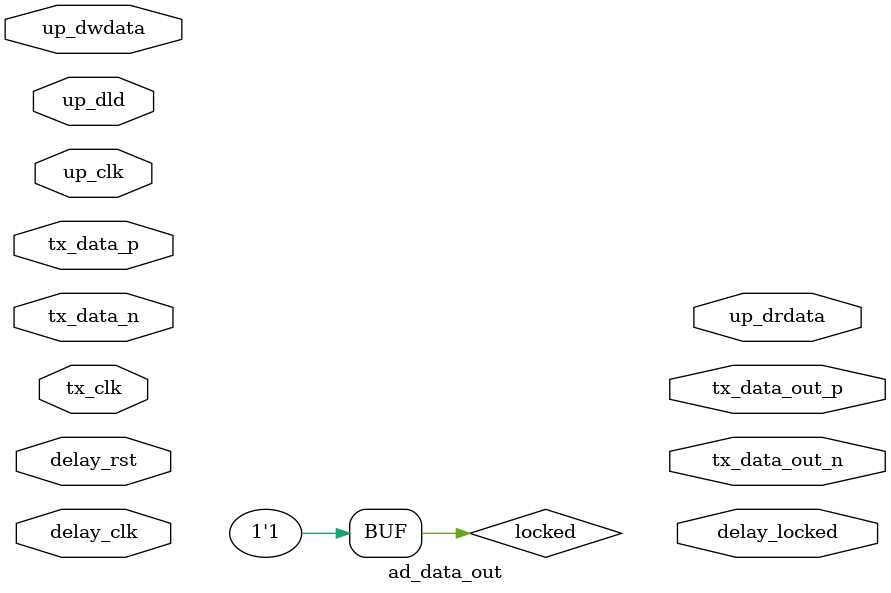
<source format=v>


`timescale 1ns/100ps

module ad_data_out #(

  parameter   FPGA_TECHNOLOGY = 0,
  parameter   SINGLE_ENDED = 0,
  parameter   IODELAY_ENABLE = 0,
  parameter   IODELAY_CTRL = 0,
  parameter   IODELAY_GROUP = "dev_if_delay_group",
  parameter   REFCLK_FREQUENCY = 200) (

  // data interface

  input               tx_clk,
  input               tx_data_p,
  input               tx_data_n,
  output              tx_data_out_p,
  output              tx_data_out_n,

  // delay-data interface

  input               up_clk,
  input               up_dld,
  input       [ 4:0]  up_dwdata,
  output      [ 4:0]  up_drdata,

  // delay-cntrl interface

  input               delay_clk,
  input               delay_rst,
  output              delay_locked);

  // internal parameters
  
  // local parameters

  localparam CYCLONE5 = 101;
  localparam ARRIA10  = 103;
  
  // defaults
  
  assign locked = 1'b1;

  // instantiations

  generate
  if (FPGA_TECHNOLOGY == CYCLONE5) begin
    //don't have one to test .. altddio_out
    assign rx_data_p = 0;
    assign rx_data_n = 0;
    assign up_drdata = 0;
    assign delay_locked = 0;
  end
  endgenerate
  
  generate
  if (FPGA_TECHNOLOGY == ARRIA10) begin
    wire s_oddr_o;

    reg rp_tx_data_p;
    reg rp_tx_data_n;
    
//     reg rn_tx_data_p;
//     reg rn_tx_data_n;
    
    reg r_delay_locked;
    reg [4:0] r_up_dwdata = 'd0;
    
    assign delay_locked = 1'b1;
    
    assign up_drdata = r_up_dwdata;
    
    always @(posedge up_clk) begin
      if(up_dld == 1'b1) begin
        r_up_dwdata <= up_dwdata;
      end
    end
    
//     always @(negedge tx_clk) begin
//       rn_tx_data_p <= tx_data_p;
//       rn_tx_data_n <= tx_data_n;
//     end;
    
    always @(posedge tx_clk) begin
      rp_tx_data_p <= tx_data_p;
      rp_tx_data_n <= tx_data_n;
    end;
    
    twentynm_ddio_out #(
      .half_rate_mode("false"),
      .async_mode("none"),
      .sync_mode("none")) 
    oddr (
      .ena(1'b1),
      .areset(1'b0),
      .sreset(1'b0),
      .datainhi(rp_tx_data_p),
      .datainlo(rp_tx_data_n),
      .dataout(s_oddr_o),
      .clk (tx_clk));
      
    if (SINGLE_ENDED == 1) begin
      assign tx_data_out_n = 1'b0;
      
      twentynm_io_obuf #(
        .differential_mode("false"),
        .bus_hold("false")) 
      obuf (
        .i(s_oddr_o),
        .o(tx_data_out_p));  
    end else begin
      twentynm_io_obuf #(
        .differential_mode("true"),
        .bus_hold("false")) 
      obuf (
        .i(s_oddr_o),
        .o(tx_data_out_p),
        .obar(tx_data_out_n));  
    end
  end
  endgenerate
endmodule

// ***************************************************************************
// ***************************************************************************

</source>
